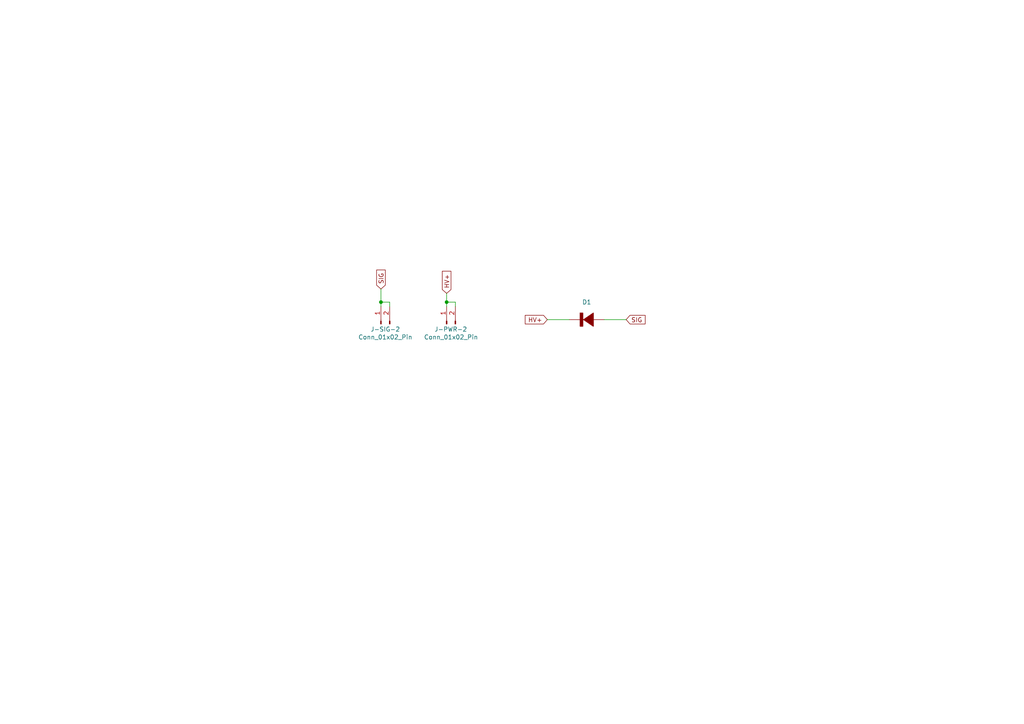
<source format=kicad_sch>
(kicad_sch
	(version 20250114)
	(generator "eeschema")
	(generator_version "9.0")
	(uuid "c1ac7085-be05-4992-9ede-b188bc679c05")
	(paper "A4")
	(lib_symbols
		(symbol "Connector:Conn_01x02_Pin"
			(pin_names
				(offset 1.016)
				(hide yes)
			)
			(exclude_from_sim no)
			(in_bom yes)
			(on_board yes)
			(property "Reference" "J"
				(at 0 2.54 0)
				(effects
					(font
						(size 1.27 1.27)
					)
				)
			)
			(property "Value" "Conn_01x02_Pin"
				(at 0 -5.08 0)
				(effects
					(font
						(size 1.27 1.27)
					)
				)
			)
			(property "Footprint" ""
				(at 0 0 0)
				(effects
					(font
						(size 1.27 1.27)
					)
					(hide yes)
				)
			)
			(property "Datasheet" "~"
				(at 0 0 0)
				(effects
					(font
						(size 1.27 1.27)
					)
					(hide yes)
				)
			)
			(property "Description" "Generic connector, single row, 01x02, script generated"
				(at 0 0 0)
				(effects
					(font
						(size 1.27 1.27)
					)
					(hide yes)
				)
			)
			(property "ki_locked" ""
				(at 0 0 0)
				(effects
					(font
						(size 1.27 1.27)
					)
				)
			)
			(property "ki_keywords" "connector"
				(at 0 0 0)
				(effects
					(font
						(size 1.27 1.27)
					)
					(hide yes)
				)
			)
			(property "ki_fp_filters" "Connector*:*_1x??_*"
				(at 0 0 0)
				(effects
					(font
						(size 1.27 1.27)
					)
					(hide yes)
				)
			)
			(symbol "Conn_01x02_Pin_1_1"
				(rectangle
					(start 0.8636 0.127)
					(end 0 -0.127)
					(stroke
						(width 0.1524)
						(type default)
					)
					(fill
						(type outline)
					)
				)
				(rectangle
					(start 0.8636 -2.413)
					(end 0 -2.667)
					(stroke
						(width 0.1524)
						(type default)
					)
					(fill
						(type outline)
					)
				)
				(polyline
					(pts
						(xy 1.27 0) (xy 0.8636 0)
					)
					(stroke
						(width 0.1524)
						(type default)
					)
					(fill
						(type none)
					)
				)
				(polyline
					(pts
						(xy 1.27 -2.54) (xy 0.8636 -2.54)
					)
					(stroke
						(width 0.1524)
						(type default)
					)
					(fill
						(type none)
					)
				)
				(pin passive line
					(at 5.08 0 180)
					(length 3.81)
					(name "Pin_1"
						(effects
							(font
								(size 1.27 1.27)
							)
						)
					)
					(number "1"
						(effects
							(font
								(size 1.27 1.27)
							)
						)
					)
				)
				(pin passive line
					(at 5.08 -2.54 180)
					(length 3.81)
					(name "Pin_2"
						(effects
							(font
								(size 1.27 1.27)
							)
						)
					)
					(number "2"
						(effects
							(font
								(size 1.27 1.27)
							)
						)
					)
				)
			)
			(embedded_fonts no)
		)
		(symbol "PCM_Elektuur:D"
			(pin_numbers
				(hide yes)
			)
			(pin_names
				(offset 0)
				(hide yes)
			)
			(exclude_from_sim no)
			(in_bom yes)
			(on_board yes)
			(property "Reference" "D"
				(at 0.635 3.175 0)
				(effects
					(font
						(size 1.27 1.27)
					)
					(justify left)
				)
			)
			(property "Value" "${SIM.PARAMS}"
				(at 0.635 -3.175 0)
				(effects
					(font
						(size 1.27 1.27)
					)
					(justify left)
				)
			)
			(property "Footprint" ""
				(at 0 0 0)
				(effects
					(font
						(size 1.27 1.27)
					)
					(hide yes)
				)
			)
			(property "Datasheet" ""
				(at 0 0 0)
				(effects
					(font
						(size 1.27 1.27)
					)
					(hide yes)
				)
			)
			(property "Description" "semiconductor diode"
				(at 0 0 0)
				(effects
					(font
						(size 1.27 1.27)
					)
					(hide yes)
				)
			)
			(property "Sim.Pins" "2=1 1=2"
				(at 2.54 0 0)
				(effects
					(font
						(size 1.27 1.27)
					)
					(justify left)
					(hide yes)
				)
			)
			(property "Sim.Device" "SPICE"
				(at 0 0 0)
				(effects
					(font
						(size 1.27 1.27)
					)
					(hide yes)
				)
			)
			(property "Sim.Params" "type=\"\" model=\"D\" lib=\"semiconductor.lib\""
				(at 0 0 0)
				(effects
					(font
						(size 1.27 1.27)
					)
					(hide yes)
				)
			)
			(property "Rating" "V/A"
				(at -0.635 -3.175 0)
				(effects
					(font
						(size 1.27 1.27)
					)
					(justify right)
					(hide yes)
				)
			)
			(property "ki_keywords" "D semiconductor diode"
				(at 0 0 0)
				(effects
					(font
						(size 1.27 1.27)
					)
					(hide yes)
				)
			)
			(symbol "D_1_0"
				(pin passive line
					(at 0 5.08 270)
					(length 3.175)
					(name "A+"
						(effects
							(font
								(size 1.27 1.27)
							)
						)
					)
					(number "2"
						(effects
							(font
								(size 1.27 1.27)
							)
						)
					)
				)
				(pin passive line
					(at 0 -5.08 90)
					(length 3.175)
					(name "K-"
						(effects
							(font
								(size 1.27 1.27)
							)
						)
					)
					(number "1"
						(effects
							(font
								(size 1.27 1.27)
							)
						)
					)
				)
			)
			(symbol "D_1_1"
				(polyline
					(pts
						(xy -1.905 -1.905) (xy 1.905 -1.905) (xy 1.905 -1.143) (xy 0 -1.143) (xy 0 -0.889) (xy 1.905 1.905)
						(xy -1.905 1.905) (xy 0 -0.889) (xy 0 -1.143) (xy -1.905 -1.143) (xy -1.905 -1.905)
					)
					(stroke
						(width 0.254)
						(type default)
					)
					(fill
						(type outline)
					)
				)
			)
			(symbol "D_1_2"
				(polyline
					(pts
						(xy -0.127 -1.905) (xy 1.905 -1.905) (xy 1.905 -1.143) (xy 0 -1.143) (xy 0 -0.889) (xy 1.905 1.905)
						(xy -0.0254 1.905) (xy -0.9652 0.5334) (xy 0 -0.889) (xy 0 -1.143) (xy -0.127 -1.143) (xy -0.127 -1.905)
					)
					(stroke
						(width 0.254)
						(type default)
					)
					(fill
						(type outline)
					)
				)
			)
			(embedded_fonts no)
		)
	)
	(junction
		(at 110.49 87.63)
		(diameter 0)
		(color 0 0 0 0)
		(uuid "0b04b4c0-ef92-4eeb-9dbf-5e48162b1ad9")
	)
	(junction
		(at 129.54 87.63)
		(diameter 0)
		(color 0 0 0 0)
		(uuid "db919981-7d85-4fc4-8886-0a1b795b6162")
	)
	(wire
		(pts
			(xy 175.26 92.71) (xy 181.61 92.71)
		)
		(stroke
			(width 0)
			(type default)
		)
		(uuid "26b4497b-79fa-41c4-b226-3c68ae682ce2")
	)
	(wire
		(pts
			(xy 132.08 88.9) (xy 132.08 87.63)
		)
		(stroke
			(width 0)
			(type default)
		)
		(uuid "45dcc1cc-380d-4c01-9c1d-592a84fef6f5")
	)
	(wire
		(pts
			(xy 110.49 87.63) (xy 110.49 88.9)
		)
		(stroke
			(width 0)
			(type default)
		)
		(uuid "5f7b0739-0fcc-43a2-bd0d-828bbfe2f98f")
	)
	(wire
		(pts
			(xy 113.03 87.63) (xy 110.49 87.63)
		)
		(stroke
			(width 0)
			(type default)
		)
		(uuid "7cc875fe-2965-44de-9418-004dc0b9e27c")
	)
	(wire
		(pts
			(xy 158.75 92.71) (xy 165.1 92.71)
		)
		(stroke
			(width 0)
			(type default)
		)
		(uuid "812a10fe-0c80-4437-aaba-cad2a7456170")
	)
	(wire
		(pts
			(xy 132.08 87.63) (xy 129.54 87.63)
		)
		(stroke
			(width 0)
			(type default)
		)
		(uuid "956c3d49-82aa-4a2b-bc8a-adb8d59e7f82")
	)
	(wire
		(pts
			(xy 129.54 85.09) (xy 129.54 87.63)
		)
		(stroke
			(width 0)
			(type default)
		)
		(uuid "b98143d2-dc3c-4b34-acc6-1ceb6f0cf86a")
	)
	(wire
		(pts
			(xy 110.49 83.82) (xy 110.49 87.63)
		)
		(stroke
			(width 0)
			(type default)
		)
		(uuid "ca2d57b3-abb3-4a55-b2da-ed83be271a1e")
	)
	(wire
		(pts
			(xy 129.54 87.63) (xy 129.54 88.9)
		)
		(stroke
			(width 0)
			(type default)
		)
		(uuid "e86407c6-f5b8-40f0-b5a1-83dc872a9845")
	)
	(wire
		(pts
			(xy 113.03 88.9) (xy 113.03 87.63)
		)
		(stroke
			(width 0)
			(type default)
		)
		(uuid "fc9778a7-38b8-4d46-9c42-00fe27515f22")
	)
	(global_label "HV+"
		(shape input)
		(at 129.54 85.09 90)
		(fields_autoplaced yes)
		(effects
			(font
				(size 1.27 1.27)
			)
			(justify left)
		)
		(uuid "39505dd6-811b-40c6-9c5c-eb0fa6e45207")
		(property "Intersheetrefs" "${INTERSHEET_REFS}"
			(at 129.54 78.1133 90)
			(effects
				(font
					(size 1.27 1.27)
				)
				(justify left)
				(hide yes)
			)
		)
	)
	(global_label "SIG"
		(shape input)
		(at 181.61 92.71 0)
		(fields_autoplaced yes)
		(effects
			(font
				(size 1.27 1.27)
			)
			(justify left)
		)
		(uuid "691d3964-4075-4d4b-954b-df21b4525bcf")
		(property "Intersheetrefs" "${INTERSHEET_REFS}"
			(at 187.6795 92.71 0)
			(effects
				(font
					(size 1.27 1.27)
				)
				(justify left)
				(hide yes)
			)
		)
	)
	(global_label "HV+"
		(shape input)
		(at 158.75 92.71 180)
		(fields_autoplaced yes)
		(effects
			(font
				(size 1.27 1.27)
			)
			(justify right)
		)
		(uuid "8caa6b24-6500-40f9-a1f5-d4afaaec57c5")
		(property "Intersheetrefs" "${INTERSHEET_REFS}"
			(at 151.7733 92.71 0)
			(effects
				(font
					(size 1.27 1.27)
				)
				(justify right)
				(hide yes)
			)
		)
	)
	(global_label "SIG"
		(shape input)
		(at 110.49 83.82 90)
		(fields_autoplaced yes)
		(effects
			(font
				(size 1.27 1.27)
			)
			(justify left)
		)
		(uuid "a162fc07-25e2-4c2c-8926-d04b005c20d2")
		(property "Intersheetrefs" "${INTERSHEET_REFS}"
			(at 110.49 77.7505 90)
			(effects
				(font
					(size 1.27 1.27)
				)
				(justify left)
				(hide yes)
			)
		)
	)
	(symbol
		(lib_id "Connector:Conn_01x02_Pin")
		(at 110.49 93.98 90)
		(unit 1)
		(exclude_from_sim no)
		(in_bom yes)
		(on_board yes)
		(dnp no)
		(uuid "09df2b00-b541-4603-8eca-dfb541248655")
		(property "Reference" "J-SIG-2"
			(at 107.442 95.504 90)
			(effects
				(font
					(size 1.27 1.27)
				)
				(justify right)
			)
		)
		(property "Value" "Conn_01x02_Pin"
			(at 103.886 97.79 90)
			(effects
				(font
					(size 1.27 1.27)
				)
				(justify right)
			)
		)
		(property "Footprint" "Connector_PinHeader_2.54mm:Custom_PinHeader_1x02_P2.54mm_Vertical"
			(at 110.49 93.98 0)
			(effects
				(font
					(size 1.27 1.27)
				)
				(hide yes)
			)
		)
		(property "Datasheet" "~"
			(at 110.49 93.98 0)
			(effects
				(font
					(size 1.27 1.27)
				)
				(hide yes)
			)
		)
		(property "Description" "Generic connector, single row, 01x02, script generated"
			(at 110.49 93.98 0)
			(effects
				(font
					(size 1.27 1.27)
				)
				(hide yes)
			)
		)
		(pin "2"
			(uuid "94c53e63-82d4-4170-89a4-3bbe4d9d8257")
		)
		(pin "1"
			(uuid "7acbee1b-18c5-4fdd-96d5-a0446daab0e0")
		)
		(instances
			(project "S14160-3010PS"
				(path "/c1ac7085-be05-4992-9ede-b188bc679c05"
					(reference "J-SIG-2")
					(unit 1)
				)
			)
		)
	)
	(symbol
		(lib_id "PCM_Elektuur:D")
		(at 170.18 92.71 270)
		(unit 1)
		(exclude_from_sim no)
		(in_bom yes)
		(on_board yes)
		(dnp no)
		(uuid "0c2dc516-4f45-444a-b702-7056bc2fd1d4")
		(property "Reference" "D1"
			(at 170.18 87.63 90)
			(effects
				(font
					(size 1.27 1.27)
				)
			)
		)
		(property "Value" "${SIM.PARAMS}"
			(at 170.18 88.9 90)
			(effects
				(font
					(size 1.27 1.27)
				)
			)
		)
		(property "Footprint" "Library:S14160-3010PS"
			(at 170.18 92.71 0)
			(effects
				(font
					(size 1.27 1.27)
				)
				(hide yes)
			)
		)
		(property "Datasheet" ""
			(at 170.18 92.71 0)
			(effects
				(font
					(size 1.27 1.27)
				)
				(hide yes)
			)
		)
		(property "Description" "semiconductor diode"
			(at 170.18 92.71 0)
			(effects
				(font
					(size 1.27 1.27)
				)
				(hide yes)
			)
		)
		(property "Field-1" "2=1 1=2"
			(at 170.18 92.71 0)
			(effects
				(font
					(size 1.27 1.27)
				)
				(hide yes)
			)
		)
		(property "Rating" "V/A"
			(at 167.005 92.075 0)
			(effects
				(font
					(size 1.27 1.27)
				)
				(justify right)
				(hide yes)
			)
		)
		(property "Field-1" "2=1 1=2"
			(at 170.18 95.25 0)
			(effects
				(font
					(size 1.27 1.27)
				)
				(justify left)
				(hide yes)
			)
		)
		(property "Field-1" "2=1 1=2"
			(at 170.18 92.71 0)
			(effects
				(font
					(size 1.27 1.27)
				)
				(hide yes)
			)
		)
		(property "Field-1" "2=1 1=2"
			(at 170.18 92.71 0)
			(effects
				(font
					(size 1.27 1.27)
				)
				(hide yes)
			)
		)
		(property "Field-1" "2=1 1=2"
			(at 170.18 95.25 0)
			(effects
				(font
					(size 1.27 1.27)
				)
				(justify left)
				(hide yes)
			)
		)
		(property "Field-1" "SPICE"
			(at 170.18 92.71 0)
			(effects
				(font
					(size 1.27 1.27)
				)
				(hide yes)
			)
		)
		(property "Field-1" "type=\"\" model=\"D\" lib=\"semiconductor.lib\""
			(at 170.18 92.71 0)
			(effects
				(font
					(size 1.27 1.27)
				)
				(hide yes)
			)
		)
		(pin "2"
			(uuid "9a9f228a-2b30-42cc-ac5d-73046c78e6e2")
		)
		(pin "1"
			(uuid "63d75941-57f0-481a-b3ef-6df20cb2b903")
		)
		(instances
			(project "S14160-3010PS"
				(path "/c1ac7085-be05-4992-9ede-b188bc679c05"
					(reference "D1")
					(unit 1)
				)
			)
		)
	)
	(symbol
		(lib_id "Connector:Conn_01x02_Pin")
		(at 129.54 93.98 90)
		(unit 1)
		(exclude_from_sim no)
		(in_bom yes)
		(on_board yes)
		(dnp no)
		(uuid "f6b72677-ab2d-418f-b8b1-136f3c1575d7")
		(property "Reference" "J-PWR-2"
			(at 125.984 95.504 90)
			(effects
				(font
					(size 1.27 1.27)
				)
				(justify right)
			)
		)
		(property "Value" "Conn_01x02_Pin"
			(at 122.936 97.79 90)
			(effects
				(font
					(size 1.27 1.27)
				)
				(justify right)
			)
		)
		(property "Footprint" "Connector_PinHeader_2.54mm:Custom_PinHeader_1x02_P2.54mm_Vertical"
			(at 129.54 93.98 0)
			(effects
				(font
					(size 1.27 1.27)
				)
				(hide yes)
			)
		)
		(property "Datasheet" "~"
			(at 129.54 93.98 0)
			(effects
				(font
					(size 1.27 1.27)
				)
				(hide yes)
			)
		)
		(property "Description" "Generic connector, single row, 01x02, script generated"
			(at 129.54 93.98 0)
			(effects
				(font
					(size 1.27 1.27)
				)
				(hide yes)
			)
		)
		(pin "2"
			(uuid "89ba678c-7293-4c70-bb7b-3fb3831e9b7f")
		)
		(pin "1"
			(uuid "619d7fe6-098a-4c0d-a78a-8e9e722adf3e")
		)
		(instances
			(project "S14160-3010PS"
				(path "/c1ac7085-be05-4992-9ede-b188bc679c05"
					(reference "J-PWR-2")
					(unit 1)
				)
			)
		)
	)
	(sheet_instances
		(path "/"
			(page "1")
		)
	)
	(embedded_fonts no)
)

</source>
